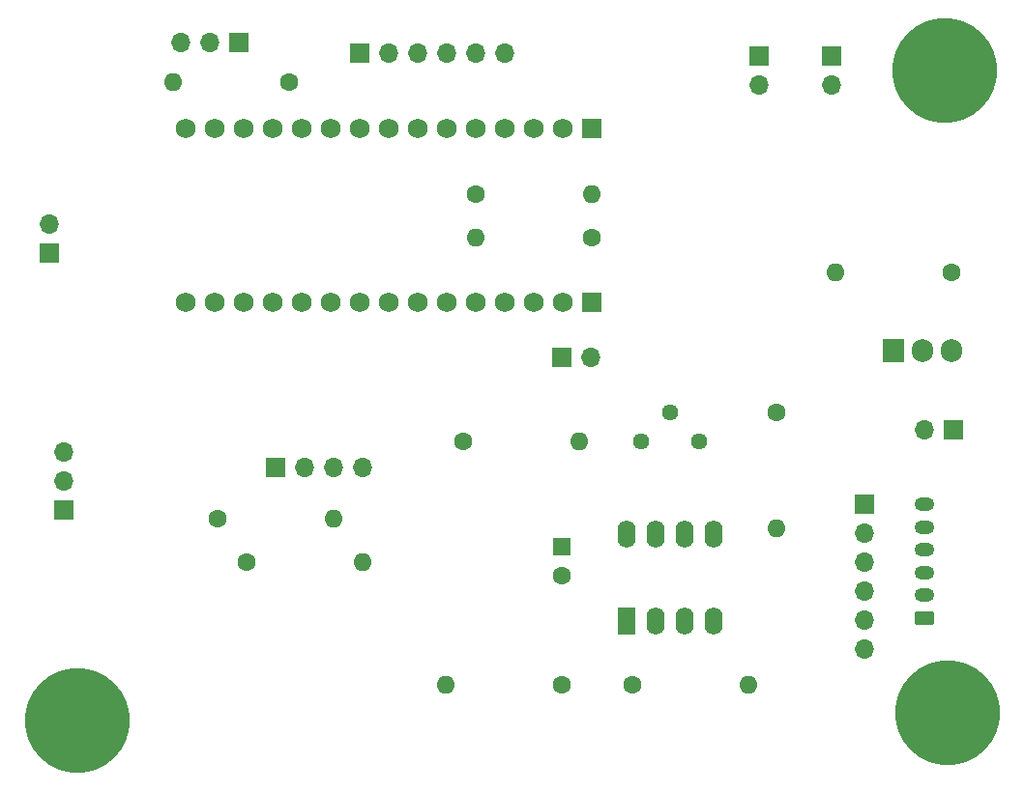
<source format=gbr>
%TF.GenerationSoftware,KiCad,Pcbnew,8.0.0*%
%TF.CreationDate,2025-05-22T20:12:34+02:00*%
%TF.ProjectId,Regul_Temp_L432KC,52656775-6c5f-4546-956d-705f4c343332,rev?*%
%TF.SameCoordinates,Original*%
%TF.FileFunction,Soldermask,Top*%
%TF.FilePolarity,Negative*%
%FSLAX46Y46*%
G04 Gerber Fmt 4.6, Leading zero omitted, Abs format (unit mm)*
G04 Created by KiCad (PCBNEW 8.0.0) date 2025-05-22 20:12:34*
%MOMM*%
%LPD*%
G01*
G04 APERTURE LIST*
G04 Aperture macros list*
%AMRoundRect*
0 Rectangle with rounded corners*
0 $1 Rounding radius*
0 $2 $3 $4 $5 $6 $7 $8 $9 X,Y pos of 4 corners*
0 Add a 4 corners polygon primitive as box body*
4,1,4,$2,$3,$4,$5,$6,$7,$8,$9,$2,$3,0*
0 Add four circle primitives for the rounded corners*
1,1,$1+$1,$2,$3*
1,1,$1+$1,$4,$5*
1,1,$1+$1,$6,$7*
1,1,$1+$1,$8,$9*
0 Add four rect primitives between the rounded corners*
20,1,$1+$1,$2,$3,$4,$5,0*
20,1,$1+$1,$4,$5,$6,$7,0*
20,1,$1+$1,$6,$7,$8,$9,0*
20,1,$1+$1,$8,$9,$2,$3,0*%
G04 Aperture macros list end*
%ADD10R,1.700000X1.700000*%
%ADD11O,1.700000X1.700000*%
%ADD12RoundRect,0.250000X0.625000X-0.350000X0.625000X0.350000X-0.625000X0.350000X-0.625000X-0.350000X0*%
%ADD13O,1.750000X1.200000*%
%ADD14C,1.600000*%
%ADD15O,1.600000X1.600000*%
%ADD16R,1.905000X2.000000*%
%ADD17O,1.905000X2.000000*%
%ADD18R,1.600000X1.600000*%
%ADD19R,1.600000X2.400000*%
%ADD20O,1.600000X2.400000*%
%ADD21C,1.440000*%
%ADD22RoundRect,0.102000X-0.765000X0.765000X-0.765000X-0.765000X0.765000X-0.765000X0.765000X0.765000X0*%
%ADD23C,1.734000*%
%ADD24C,9.200000*%
G04 APERTURE END LIST*
D10*
%TO.C,J9*%
X260858000Y-123190000D03*
D11*
X258318000Y-123190000D03*
%TD*%
D10*
%TO.C,J2*%
X181737000Y-107696000D03*
D11*
X181737000Y-105156000D03*
%TD*%
D12*
%TO.C,J11*%
X258318000Y-139667000D03*
D13*
X258318000Y-137667000D03*
X258318000Y-135667000D03*
X258318000Y-133667000D03*
X258318000Y-131667000D03*
X258318000Y-129667000D03*
%TD*%
D10*
%TO.C,J6*%
X250190000Y-90424000D03*
D11*
X250190000Y-92964000D03*
%TD*%
D14*
%TO.C,R9*%
X260731000Y-109347000D03*
D15*
X250571000Y-109347000D03*
%TD*%
D16*
%TO.C,Q1*%
X255651000Y-116205000D03*
D17*
X258191000Y-116205000D03*
X260731000Y-116205000D03*
%TD*%
D14*
%TO.C,R3*%
X219075000Y-102489000D03*
D15*
X229235000Y-102489000D03*
%TD*%
D18*
%TO.C,C1*%
X226568000Y-133439772D03*
D14*
X226568000Y-135939772D03*
%TD*%
D19*
%TO.C,U1*%
X232283000Y-139954000D03*
D20*
X234823000Y-139954000D03*
X237363000Y-139954000D03*
X239903000Y-139954000D03*
X239903000Y-132334000D03*
X237363000Y-132334000D03*
X234823000Y-132334000D03*
X232283000Y-132334000D03*
%TD*%
D14*
%TO.C,R7*%
X196469000Y-130937000D03*
D15*
X206629000Y-130937000D03*
%TD*%
D21*
%TO.C,RV1*%
X238633000Y-124206000D03*
X236093000Y-121666000D03*
X233553000Y-124206000D03*
%TD*%
D14*
%TO.C,R1*%
X229235000Y-106299000D03*
D15*
X219075000Y-106299000D03*
%TD*%
D22*
%TO.C,U2*%
X229235000Y-96774000D03*
D23*
X226695000Y-96774000D03*
X224155000Y-96774000D03*
X221615000Y-96774000D03*
X219075000Y-96774000D03*
X216535000Y-96774000D03*
X213995000Y-96774000D03*
X211455000Y-96774000D03*
X208915000Y-96774000D03*
X206375000Y-96774000D03*
X203835000Y-96774000D03*
X201295000Y-96774000D03*
X198755000Y-96774000D03*
X196215000Y-96774000D03*
X193675000Y-96774000D03*
D22*
X229235000Y-112014000D03*
D23*
X226695000Y-112014000D03*
X224155000Y-112014000D03*
X221615000Y-112014000D03*
X219075000Y-112014000D03*
X216535000Y-112014000D03*
X213995000Y-112014000D03*
X211455000Y-112014000D03*
X208915000Y-112014000D03*
X206375000Y-112014000D03*
X203835000Y-112014000D03*
X201295000Y-112014000D03*
X198755000Y-112014000D03*
X196215000Y-112014000D03*
X193675000Y-112014000D03*
%TD*%
D10*
%TO.C,J4*%
X198359000Y-89179000D03*
D11*
X195819000Y-89179000D03*
X193279000Y-89179000D03*
%TD*%
D10*
%TO.C,J3*%
X226568000Y-116840000D03*
D11*
X229108000Y-116840000D03*
%TD*%
D14*
%TO.C,R5*%
X232791000Y-145542000D03*
D15*
X242951000Y-145542000D03*
%TD*%
D24*
%TO.C,*%
X260096000Y-91694000D03*
%TD*%
D10*
%TO.C,J8*%
X201549000Y-126492000D03*
D11*
X204089000Y-126492000D03*
X206629000Y-126492000D03*
X209169000Y-126492000D03*
%TD*%
D24*
%TO.C,REF\u002A\u002A*%
X260350000Y-148000000D03*
%TD*%
D10*
%TO.C,J12*%
X253111000Y-129667000D03*
D11*
X253111000Y-132207000D03*
X253111000Y-134747000D03*
X253111000Y-137287000D03*
X253111000Y-139827000D03*
X253111000Y-142367000D03*
%TD*%
D10*
%TO.C,J5*%
X208915000Y-90170000D03*
D11*
X211455000Y-90170000D03*
X213995000Y-90170000D03*
X216535000Y-90170000D03*
X219075000Y-90170000D03*
X221615000Y-90170000D03*
%TD*%
D14*
%TO.C,R2*%
X217932000Y-124206000D03*
D15*
X228092000Y-124206000D03*
%TD*%
D14*
%TO.C,R8*%
X199009000Y-134747000D03*
D15*
X209169000Y-134747000D03*
%TD*%
D10*
%TO.C,J7*%
X243840000Y-90424000D03*
D11*
X243840000Y-92964000D03*
%TD*%
D14*
%TO.C,R6*%
X226568000Y-145542000D03*
D15*
X216408000Y-145542000D03*
%TD*%
D14*
%TO.C,R4*%
X245364000Y-121666000D03*
D15*
X245364000Y-131826000D03*
%TD*%
D24*
%TO.C,REF\u002A\u002A*%
X184150000Y-148650000D03*
%TD*%
D10*
%TO.C,J1*%
X183007000Y-130175000D03*
D11*
X183007000Y-127635000D03*
X183007000Y-125095000D03*
%TD*%
D14*
%TO.C,R10*%
X202692000Y-92710000D03*
D15*
X192532000Y-92710000D03*
%TD*%
M02*

</source>
